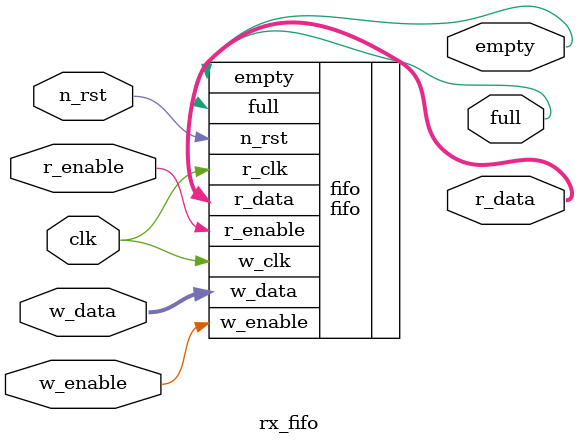
<source format=sv>

module rx_fifo
(
	input wire clk,
	input wire n_rst,
	input wire r_enable,
	input wire w_enable,
	input wire [7:0] w_data,
	output wire [7:0] r_data,
	output wire empty,
	output wire full

);

fifo fifo(.w_clk(clk), .r_clk(clk), .n_rst(n_rst), .r_enable(r_enable), .w_enable(w_enable), .w_data(w_data), .r_data(r_data), .empty(empty), .full(full));

endmodule

</source>
